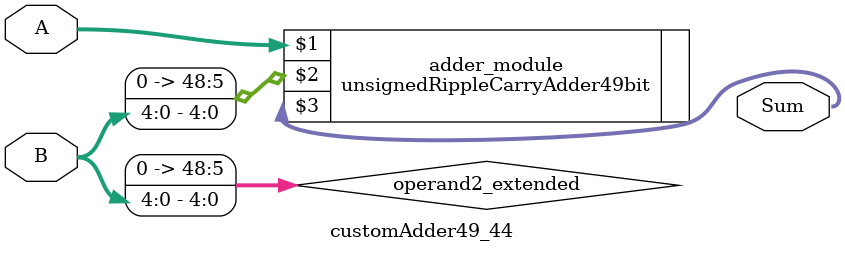
<source format=v>
module customAdder49_44(
                        input [48 : 0] A,
                        input [4 : 0] B,
                        
                        output [49 : 0] Sum
                );

        wire [48 : 0] operand2_extended;
        
        assign operand2_extended =  {44'b0, B};
        
        unsignedRippleCarryAdder49bit adder_module(
            A,
            operand2_extended,
            Sum
        );
        
        endmodule
        
</source>
